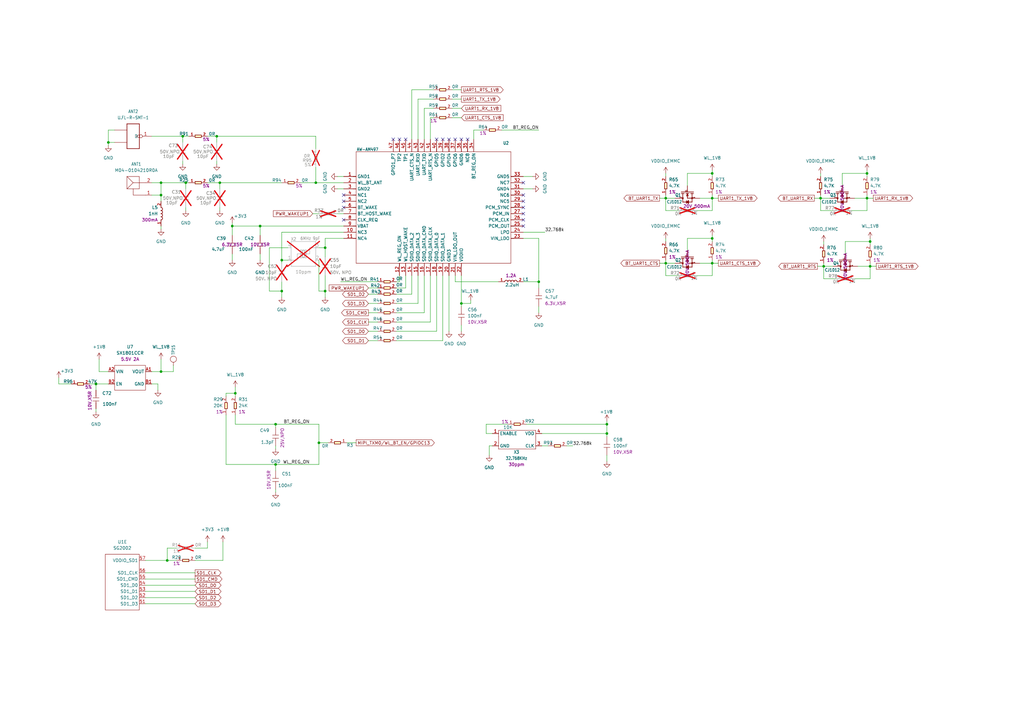
<source format=kicad_sch>
(kicad_sch (version 20231120) (generator "eeschema") (generator_version "8.0")
  (paper "A3")
  (title_block (title "ReCamera Core") (date "2024-04-25") (rev "V1.0") (company "Vincent"))
  (junction (at 133.35 119.38))
  (junction (at 356.87 109.22))
  (junction (at 74.93 55.88))
  (junction (at 292.1 107.95))
  (junction (at 115.57 106.68))
  (junction (at 248.92 177.8))
  (junction (at 66.04 74.93))
  (junction (at 292.1 71.12))
  (junction (at 220.98 115.57))
  (junction (at 336.55 81.28))
  (junction (at 96.52 161.29))
  (junction (at 76.2 74.93))
  (junction (at 355.6 71.12))
  (junction (at 356.87 99.06))
  (junction (at 113.03 190.5))
  (junction (at 88.9 55.88))
  (junction (at 130.81 181.61))
  (junction (at 292.1 97.79))
  (junction (at 189.23 124.46))
  (junction (at 248.92 173.99))
  (junction (at 273.05 107.95))
  (junction (at 68.58 229.87))
  (junction (at 355.6 81.28))
  (junction (at 292.1 81.28))
  (junction (at 44.45 58.42))
  (junction (at 115.57 119.38))
  (junction (at 133.35 101.6))
  (junction (at 39.37 157.48))
  (junction (at 129.54 74.93))
  (junction (at 66.04 80.01))
  (junction (at 66.04 152.4))
  (junction (at 90.17 74.93))
  (junction (at 113.03 173.99))
  (junction (at 106.68 92.71))
  (junction (at 337.82 109.22))
  (junction (at 273.05 81.28))
  (junction (at 95.25 92.71))
  (no_connect (at 191.77 57.15))
  (no_connect (at 214.63 82.55))
  (no_connect (at 140.97 85.09))
  (no_connect (at 184.15 57.15))
  (no_connect (at 214.63 92.71))
  (no_connect (at 214.63 87.63))
  (no_connect (at 181.61 57.15))
  (no_connect (at 189.23 57.15))
  (no_connect (at 161.29 57.15))
  (no_connect (at 140.97 82.55))
  (no_connect (at 214.63 80.01))
  (no_connect (at 179.07 57.15))
  (no_connect (at 214.63 90.17))
  (no_connect (at 140.97 90.17))
  (no_connect (at 163.83 57.15))
  (no_connect (at 140.97 80.01))
  (no_connect (at 166.37 57.15))
  (no_connect (at 214.63 74.93))
  (no_connect (at 186.69 57.15))
  (no_connect (at 214.63 85.09))
  (wire (pts (xy 194.31 53.34) (xy 198.12 53.34)))
  (wire (pts (xy 115.57 119.38) (xy 115.57 115.57)))
  (wire (pts (xy 292.1 69.85) (xy 292.1 71.12)))
  (wire (pts (xy 90.17 74.93) (xy 115.57 74.93)))
  (wire (pts (xy 113.03 190.5) (xy 130.81 190.5)))
  (wire (pts (xy 62.23 152.4) (xy 66.04 152.4)))
  (wire (pts (xy 173.99 113.03) (xy 173.99 128.27)))
  (wire (pts (xy 88.9 55.88) (xy 129.54 55.88)))
  (wire (pts (xy 342.9 114.3) (xy 337.82 114.3)))
  (wire (pts (xy 91.44 229.87) (xy 91.44 222.25)))
  (wire (pts (xy 118.11 101.6) (xy 110.49 101.6)))
  (wire (pts (xy 278.13 86.36) (xy 273.05 86.36)))
  (wire (pts (xy 90.17 86.36) (xy 90.17 85.09)))
  (wire (pts (xy 340.36 81.28) (xy 336.55 81.28)))
  (wire (pts (xy 179.07 113.03) (xy 179.07 135.89)))
  (wire (pts (xy 62.23 74.93) (xy 66.04 74.93)))
  (wire (pts (xy 285.75 86.36) (xy 292.1 86.36)))
  (wire (pts (xy 74.93 55.88) (xy 77.47 55.88)))
  (wire (pts (xy 273.05 80.01) (xy 273.05 81.28)))
  (wire (pts (xy 199.39 177.8) (xy 201.93 177.8)))
  (wire (pts (xy 351.79 109.22) (xy 356.87 109.22)))
  (wire (pts (xy 171.45 40.64) (xy 171.45 57.15)))
  (wire (pts (xy 346.71 99.06) (xy 356.87 99.06)))
  (wire (pts (xy 95.25 92.71) (xy 106.68 92.71)))
  (wire (pts (xy 115.57 119.38) (xy 115.57 121.92)))
  (wire (pts (xy 185.42 48.26) (xy 189.23 48.26)))
  (wire (pts (xy 39.37 157.48) (xy 44.45 157.48)))
  (wire (pts (xy 292.1 107.95) (xy 292.1 106.68)))
  (wire (pts (xy 59.69 240.03) (xy 80.01 240.03)))
  (wire (pts (xy 59.69 242.57) (xy 80.01 242.57)))
  (wire (pts (xy 199.39 173.99) (xy 199.39 177.8)))
  (wire (pts (xy 176.53 48.26) (xy 177.8 48.26)))
  (wire (pts (xy 71.12 149.86) (xy 71.12 152.4)))
  (wire (pts (xy 130.81 181.61) (xy 130.81 190.5)))
  (wire (pts (xy 46.99 58.42) (xy 44.45 58.42)))
  (wire (pts (xy 185.42 40.64) (xy 189.23 40.64)))
  (wire (pts (xy 186.69 115.57) (xy 204.47 115.57)))
  (wire (pts (xy 162.56 115.57) (xy 163.83 115.57)))
  (wire (pts (xy 72.39 224.79) (xy 68.58 224.79)))
  (wire (pts (xy 151.13 120.65) (xy 154.94 120.65)))
  (wire (pts (xy 151.13 118.11) (xy 154.94 118.11)))
  (wire (pts (xy 285.75 113.03) (xy 292.1 113.03)))
  (wire (pts (xy 292.1 71.12) (xy 292.1 72.39)))
  (wire (pts (xy 151.13 132.08) (xy 154.94 132.08)))
  (wire (pts (xy 110.49 119.38) (xy 115.57 119.38)))
  (wire (pts (xy 140.97 95.25) (xy 115.57 95.25)))
  (wire (pts (xy 59.69 245.11) (xy 80.01 245.11)))
  (wire (pts (xy 355.6 81.28) (xy 355.6 86.36)))
  (wire (pts (xy 273.05 106.68) (xy 273.05 107.95)))
  (wire (pts (xy 292.1 113.03) (xy 292.1 107.95)))
  (wire (pts (xy 350.52 114.3) (xy 356.87 114.3)))
  (wire (pts (xy 177.8 40.64) (xy 171.45 40.64)))
  (wire (pts (xy 162.56 118.11) (xy 166.37 118.11)))
  (wire (pts (xy 356.87 109.22) (xy 356.87 107.95)))
  (wire (pts (xy 337.82 114.3) (xy 337.82 109.22)))
  (wire (pts (xy 281.94 97.79) (xy 292.1 97.79)))
  (wire (pts (xy 68.58 224.79) (xy 68.58 229.87)))
  (wire (pts (xy 273.05 86.36) (xy 273.05 81.28)))
  (wire (pts (xy 168.91 113.03) (xy 168.91 120.65)))
  (wire (pts (xy 185.42 44.45) (xy 189.23 44.45)))
  (wire (pts (xy 88.9 66.04) (xy 88.9 67.31)))
  (wire (pts (xy 356.87 114.3) (xy 356.87 109.22)))
  (wire (pts (xy 80.01 224.79) (xy 85.09 224.79)))
  (wire (pts (xy 220.98 97.79) (xy 220.98 115.57)))
  (wire (pts (xy 186.69 113.03) (xy 186.69 115.57)))
  (wire (pts (xy 356.87 99.06) (xy 356.87 100.33)))
  (wire (pts (xy 287.02 81.28) (xy 292.1 81.28)))
  (wire (pts (xy 40.64 152.4) (xy 44.45 152.4)))
  (wire (pts (xy 168.91 120.65) (xy 162.56 120.65)))
  (wire (pts (xy 173.99 128.27) (xy 162.56 128.27)))
  (wire (pts (xy 173.99 44.45) (xy 173.99 57.15)))
  (wire (pts (xy 193.04 123.19) (xy 193.04 124.46)))
  (wire (pts (xy 123.19 74.93) (xy 129.54 74.93)))
  (wire (pts (xy 176.53 57.15) (xy 176.53 48.26)))
  (wire (pts (xy 77.47 74.93) (xy 76.2 74.93)))
  (wire (pts (xy 80.01 229.87) (xy 91.44 229.87)))
  (wire (pts (xy 176.53 132.08) (xy 162.56 132.08)))
  (wire (pts (xy 62.23 80.01) (xy 66.04 80.01)))
  (wire (pts (xy 200.66 182.88) (xy 200.66 186.69)))
  (wire (pts (xy 281.94 71.12) (xy 292.1 71.12)))
  (wire (pts (xy 133.35 101.6) (xy 130.81 101.6)))
  (wire (pts (xy 273.05 113.03) (xy 273.05 107.95)))
  (wire (pts (xy 46.99 53.34) (xy 44.45 53.34)))
  (wire (pts (xy 181.61 113.03) (xy 181.61 139.7)))
  (wire (pts (xy 92.71 161.29) (xy 92.71 162.56)))
  (wire (pts (xy 270.51 81.28) (xy 273.05 81.28)))
  (wire (pts (xy 168.91 36.83) (xy 177.8 36.83)))
  (wire (pts (xy 115.57 95.25) (xy 115.57 106.68)))
  (wire (pts (xy 140.97 92.71) (xy 106.68 92.71)))
  (wire (pts (xy 220.98 115.57) (xy 220.98 118.11)))
  (wire (pts (xy 273.05 71.12) (xy 273.05 72.39)))
  (wire (pts (xy 345.44 76.2) (xy 345.44 71.12)))
  (wire (pts (xy 66.04 152.4) (xy 71.12 152.4)))
  (wire (pts (xy 96.52 170.18) (xy 96.52 173.99)))
  (wire (pts (xy 356.87 109.22) (xy 359.41 109.22)))
  (wire (pts (xy 40.64 147.32) (xy 40.64 152.4)))
  (wire (pts (xy 214.63 77.47) (xy 218.44 77.47)))
  (wire (pts (xy 95.25 104.14) (xy 95.25 106.68)))
  (wire (pts (xy 171.45 124.46) (xy 162.56 124.46)))
  (wire (pts (xy 106.68 92.71) (xy 106.68 96.52)))
  (wire (pts (xy 62.23 157.48) (xy 64.77 157.48)))
  (wire (pts (xy 248.92 173.99) (xy 248.92 177.8)))
  (wire (pts (xy 292.1 97.79) (xy 292.1 99.06)))
  (wire (pts (xy 292.1 107.95) (xy 294.64 107.95)))
  (wire (pts (xy 208.28 173.99) (xy 199.39 173.99)))
  (wire (pts (xy 74.93 66.04) (xy 74.93 67.31)))
  (wire (pts (xy 115.57 106.68) (xy 118.11 106.68)))
  (wire (pts (xy 92.71 170.18) (xy 92.71 190.5)))
  (wire (pts (xy 337.82 107.95) (xy 337.82 109.22)))
  (wire (pts (xy 113.03 173.99) (xy 113.03 175.26)))
  (wire (pts (xy 355.6 86.36) (xy 349.25 86.36)))
  (wire (pts (xy 44.45 53.34) (xy 44.45 58.42)))
  (wire (pts (xy 336.55 80.01) (xy 336.55 81.28)))
  (wire (pts (xy 166.37 118.11) (xy 166.37 113.03)))
  (wire (pts (xy 39.37 157.48) (xy 39.37 160.02)))
  (wire (pts (xy 59.69 237.49) (xy 80.01 237.49)))
  (wire (pts (xy 76.2 74.93) (xy 76.2 77.47)))
  (wire (pts (xy 176.53 113.03) (xy 176.53 132.08)))
  (wire (pts (xy 151.13 139.7) (xy 154.94 139.7)))
  (wire (pts (xy 96.52 173.99) (xy 113.03 173.99)))
  (wire (pts (xy 138.43 72.39) (xy 140.97 72.39)))
  (wire (pts (xy 62.23 55.88) (xy 74.93 55.88)))
  (wire (pts (xy 138.43 87.63) (xy 140.97 87.63)))
  (wire (pts (xy 138.43 77.47) (xy 140.97 77.47)))
  (wire (pts (xy 130.81 181.61) (xy 134.62 181.61)))
  (wire (pts (xy 334.01 81.28) (xy 336.55 81.28)))
  (wire (pts (xy 337.82 99.06) (xy 337.82 100.33)))
  (wire (pts (xy 345.44 71.12) (xy 355.6 71.12)))
  (wire (pts (xy 350.52 81.28) (xy 355.6 81.28)))
  (wire (pts (xy 355.6 69.85) (xy 355.6 71.12)))
  (wire (pts (xy 110.49 101.6) (xy 110.49 119.38)))
  (wire (pts (xy 341.63 109.22) (xy 337.82 109.22)))
  (wire (pts (xy 129.54 74.93) (xy 140.97 74.93)))
  (wire (pts (xy 130.81 119.38) (xy 133.35 119.38)))
  (wire (pts (xy 133.35 97.79) (xy 133.35 101.6)))
  (wire (pts (xy 140.97 97.79) (xy 133.35 97.79)))
  (wire (pts (xy 74.93 55.88) (xy 74.93 58.42)))
  (wire (pts (xy 96.52 158.75) (xy 96.52 161.29)))
  (wire (pts (xy 222.25 177.8) (xy 248.92 177.8)))
  (wire (pts (xy 292.1 86.36) (xy 292.1 81.28)))
  (wire (pts (xy 336.55 81.28) (xy 336.55 86.36)))
  (wire (pts (xy 287.02 107.95) (xy 292.1 107.95)))
  (wire (pts (xy 201.93 182.88) (xy 200.66 182.88)))
  (wire (pts (xy 92.71 161.29) (xy 96.52 161.29)))
  (wire (pts (xy 128.27 87.63) (xy 130.81 87.63)))
  (wire (pts (xy 185.42 36.83) (xy 189.23 36.83)))
  (wire (pts (xy 355.6 81.28) (xy 355.6 80.01)))
  (wire (pts (xy 184.15 113.03) (xy 184.15 135.89)))
  (wire (pts (xy 214.63 72.39) (xy 218.44 72.39)))
  (wire (pts (xy 95.25 92.71) (xy 95.25 91.44)))
  (wire (pts (xy 85.09 74.93) (xy 90.17 74.93)))
  (wire (pts (xy 76.2 86.36) (xy 76.2 85.09)))
  (wire (pts (xy 133.35 101.6) (xy 133.35 105.41)))
  (wire (pts (xy 39.37 167.64) (xy 39.37 168.91)))
  (wire (pts (xy 248.92 172.72) (xy 248.92 173.99)))
  (wire (pts (xy 68.58 229.87) (xy 72.39 229.87)))
  (wire (pts (xy 278.13 113.03) (xy 273.05 113.03)))
  (wire (pts (xy 44.45 58.42) (xy 44.45 59.69)))
  (wire (pts (xy 59.69 229.87) (xy 68.58 229.87)))
  (wire (pts (xy 163.83 115.57) (xy 163.83 113.03)))
  (wire (pts (xy 220.98 115.57) (xy 214.63 115.57)))
  (wire (pts (xy 113.03 173.99) (xy 130.81 173.99)))
  (wire (pts (xy 189.23 124.46) (xy 193.04 124.46)))
  (wire (pts (xy 88.9 55.88) (xy 88.9 58.42)))
  (wire (pts (xy 113.03 200.66) (xy 113.03 201.93)))
  (wire (pts (xy 356.87 97.79) (xy 356.87 99.06)))
  (wire (pts (xy 139.7 115.57) (xy 154.94 115.57)))
  (wire (pts (xy 66.04 80.01) (xy 66.04 74.93)))
  (wire (pts (xy 214.63 97.79) (xy 220.98 97.79)))
  (wire (pts (xy 133.35 119.38) (xy 133.35 113.03)))
  (wire (pts (xy 292.1 81.28) (xy 292.1 80.01)))
  (wire (pts (xy 115.57 107.95) (xy 115.57 106.68)))
  (wire (pts (xy 214.63 95.25) (xy 223.52 95.25)))
  (wire (pts (xy 59.69 234.95) (xy 80.01 234.95)))
  (wire (pts (xy 85.09 224.79) (xy 85.09 222.25)))
  (wire (pts (xy 181.61 139.7) (xy 162.56 139.7)))
  (wire (pts (xy 179.07 135.89) (xy 162.56 135.89)))
  (wire (pts (xy 96.52 161.29) (xy 96.52 162.56)))
  (wire (pts (xy 151.13 128.27) (xy 154.94 128.27)))
  (wire (pts (xy 168.91 57.15) (xy 168.91 36.83)))
  (wire (pts (xy 106.68 104.14) (xy 106.68 106.68)))
  (wire (pts (xy 248.92 186.69) (xy 248.92 189.23)))
  (wire (pts (xy 215.9 173.99) (xy 248.92 173.99)))
  (wire (pts (xy 59.69 247.65) (xy 80.01 247.65)))
  (wire (pts (xy 24.13 154.94) (xy 24.13 157.48)))
  (wire (pts (xy 336.55 86.36) (xy 341.63 86.36)))
  (wire (pts (xy 189.23 113.03) (xy 189.23 124.46)))
  (wire (pts (xy 173.99 44.45) (xy 177.8 44.45)))
  (wire (pts (xy 129.54 68.58) (xy 129.54 74.93)))
  (wire (pts (xy 142.24 181.61) (xy 146.05 181.61)))
  (wire (pts (xy 222.25 182.88) (xy 224.79 182.88)))
  (wire (pts (xy 151.13 135.89) (xy 154.94 135.89)))
  (wire (pts (xy 292.1 81.28) (xy 294.64 81.28)))
  (wire (pts (xy 346.71 104.14) (xy 346.71 99.06)))
  (wire (pts (xy 281.94 76.2) (xy 281.94 71.12)))
  (wire (pts (xy 29.21 157.48) (xy 24.13 157.48)))
  (wire (pts (xy 248.92 177.8) (xy 248.92 179.07)))
  (wire (pts (xy 276.86 107.95) (xy 273.05 107.95)))
  (wire (pts (xy 171.45 113.03) (xy 171.45 124.46)))
  (wire (pts (xy 232.41 182.88) (xy 234.95 182.88)))
  (wire (pts (xy 270.51 107.95) (xy 273.05 107.95)))
  (wire (pts (xy 273.05 97.79) (xy 273.05 99.06)))
  (wire (pts (xy 194.31 57.15) (xy 194.31 53.34)))
  (wire (pts (xy 292.1 96.52) (xy 292.1 97.79)))
  (wire (pts (xy 66.04 74.93) (xy 76.2 74.93)))
  (wire (pts (xy 85.09 55.88) (xy 88.9 55.88)))
  (wire (pts (xy 189.23 124.46) (xy 189.23 125.73)))
  (wire (pts (xy 276.86 81.28) (xy 273.05 81.28)))
  (wire (pts (xy 189.23 133.35) (xy 189.23 135.89)))
  (wire (pts (xy 66.04 92.71) (xy 66.04 93.98)))
  (wire (pts (xy 36.83 157.48) (xy 39.37 157.48)))
  (wire (pts (xy 95.25 96.52) (xy 95.25 92.71)))
  (wire (pts (xy 92.71 190.5) (xy 113.03 190.5)))
  (wire (pts (xy 113.03 182.88) (xy 113.03 184.15)))
  (wire (pts (xy 220.98 125.73) (xy 220.98 128.27)))
  (wire (pts (xy 66.04 147.32) (xy 66.04 152.4)))
  (wire (pts (xy 64.77 157.48) (xy 64.77 160.02)))
  (wire (pts (xy 66.04 80.01) (xy 66.04 82.55)))
  (wire (pts (xy 355.6 71.12) (xy 355.6 72.39)))
  (wire (pts (xy 130.81 106.68) (xy 130.81 119.38)))
  (wire (pts (xy 90.17 74.93) (xy 90.17 77.47)))
  (wire (pts (xy 133.35 119.38) (xy 133.35 121.92)))
  (wire (pts (xy 281.94 102.87) (xy 281.94 97.79)))
  (wire (pts (xy 335.28 109.22) (xy 337.82 109.22)))
  (wire (pts (xy 129.54 55.88) (xy 129.54 60.96)))
  (wire (pts (xy 130.81 173.99) (xy 130.81 181.61)))
  (wire (pts (xy 113.03 193.04) (xy 113.03 190.5)))
  (wire (pts (xy 205.74 53.34) (xy 220.98 53.34)))
  (wire (pts (xy 355.6 81.28) (xy 358.14 81.28)))
  (wire (pts (xy 151.13 124.46) (xy 154.94 124.46)))
  (wire (pts (xy 336.55 71.12) (xy 336.55 72.39)))
  (label "32.768k" (at 223.52 95.25 0))
  (label "32.768k" (at 234.95 182.88 0))
  (label "BT_REG_ON" (at 127 173.99 180))
  (label "WL_REG_ON" (at 139.7 115.57 0))
  (label "BT_REG_ON" (at 220.98 53.34 180))
  (label "WL_REG_ON" (at 127 190.5 180))
  (global_label "UART1_CTS_1V8" (shape output) (at 294.64 107.95 0) (property "Intersheetrefs" "${INTERSHEET_REFS}" (effects (hide yes))))
  (global_label "SD1_D0" (shape bidirectional) (at 80.01 240.03 0) (property "Intersheetrefs" "${INTERSHEET_REFS}" (effects (hide yes))))
  (global_label "UART1_RTS_1V8" (shape output) (at 189.23 36.83 0) (property "Intersheetrefs" "${INTERSHEET_REFS}" (effects (hide yes))))
  (global_label "UART1_RX_1V8" (shape input) (at 189.23 44.45 0) (property "Intersheetrefs" "${INTERSHEET_REFS}" (effects (hide yes))))
  (global_label "PWR_WAKEUP1" (shape input) (at 151.13 118.11 180) (property "Intersheetrefs" "${INTERSHEET_REFS}" (effects (hide yes))))
  (global_label "PWR_WAKEUP1" (shape input) (at 128.27 87.63 180) (property "Intersheetrefs" "${INTERSHEET_REFS}" (effects (hide yes))))
  (global_label "MIPI_TXM0{slash}WL_BT_EN{slash}GPIOC13" (shape output) (at 146.05 181.61 0) (property "Intersheetrefs" "${INTERSHEET_REFS}" (effects (hide yes))))
  (global_label "UART1_CTS_1V8" (shape input) (at 189.23 48.26 0) (property "Intersheetrefs" "${INTERSHEET_REFS}" (effects (hide yes))))
  (global_label "SD1_D3" (shape bidirectional) (at 151.13 124.46 180) (property "Intersheetrefs" "${INTERSHEET_REFS}" (effects (hide yes))))
  (global_label "SD1_D2" (shape bidirectional) (at 151.13 120.65 180) (property "Intersheetrefs" "${INTERSHEET_REFS}" (effects (hide yes))))
  (global_label "SD1_D1" (shape bidirectional) (at 80.01 242.57 0) (property "Intersheetrefs" "${INTERSHEET_REFS}" (effects (hide yes))))
  (global_label "BT_UART1_RX" (shape output) (at 334.01 81.28 180) (property "Intersheetrefs" "${INTERSHEET_REFS}" (effects (hide yes))))
  (global_label "SD1_D1" (shape bidirectional) (at 151.13 139.7 180) (property "Intersheetrefs" "${INTERSHEET_REFS}" (effects (hide yes))))
  (global_label "UART1_RX_1V8" (shape output) (at 358.14 81.28 0) (property "Intersheetrefs" "${INTERSHEET_REFS}" (effects (hide yes))))
  (global_label "UART1_TX_1V8" (shape output) (at 294.64 81.28 0) (property "Intersheetrefs" "${INTERSHEET_REFS}" (effects (hide yes))))
  (global_label "SD1_D2" (shape bidirectional) (at 80.01 245.11 0) (property "Intersheetrefs" "${INTERSHEET_REFS}" (effects (hide yes))))
  (global_label "SD1_CMD" (shape output) (at 80.01 237.49 0) (property "Intersheetrefs" "${INTERSHEET_REFS}" (effects (hide yes))))
  (global_label "SD1_D3" (shape bidirectional) (at 80.01 247.65 0) (property "Intersheetrefs" "${INTERSHEET_REFS}" (effects (hide yes))))
  (global_label "SD1_CLK" (shape output) (at 151.13 132.08 180) (property "Intersheetrefs" "${INTERSHEET_REFS}" (effects (hide yes))))
  (global_label "SD1_CMD" (shape output) (at 151.13 128.27 180) (property "Intersheetrefs" "${INTERSHEET_REFS}" (effects (hide yes))))
  (global_label "BT_UART1_CTS" (shape output) (at 270.51 107.95 180) (property "Intersheetrefs" "${INTERSHEET_REFS}" (effects (hide yes))))
  (global_label "UART1_TX_1V8" (shape output) (at 189.23 40.64 0) (property "Intersheetrefs" "${INTERSHEET_REFS}" (effects (hide yes))))
  (global_label "UART1_RTS_1V8" (shape output) (at 359.41 109.22 0) (property "Intersheetrefs" "${INTERSHEET_REFS}" (effects (hide yes))))
  (global_label "SD1_D0" (shape bidirectional) (at 151.13 135.89 180) (property "Intersheetrefs" "${INTERSHEET_REFS}" (effects (hide yes))))
  (global_label "BT_UART1_TX" (shape output) (at 270.51 81.28 180) (property "Intersheetrefs" "${INTERSHEET_REFS}" (effects (hide yes))))
  (global_label "BT_UART1_RTS" (shape output) (at 335.28 109.22 180) (property "Intersheetrefs" "${INTERSHEET_REFS}" (effects (hide yes))))
  (global_label "SD1_CLK" (shape output) (at 80.01 234.95 0) (property "Intersheetrefs" "${INTERSHEET_REFS}" (effects (hide yes))))
  (symbol (lib_id "P & G:GND") (at 88.9 67.31 0) (unit 1)
    (property "Reference" "#PWR0159" (effects (hide yes)))
    (property "Value" "GND" (at 88.9 72.39 0))
  )
  (symbol (lib_id "libdb:Resistors/301010000") (at 81.28 55.88 0) (unit 1)
    (property "Reference" "R91" (at 75.438 54.864 0))
    (property "Value" "0R" (at 85.598 55.626 0) (effects (justify left bottom)))
    (property "Footprint" "Resistor:R0402" (effects (hide yes)))
    (property "Description" "SMD RES 0R-5%-1/16W;0402" (effects (hide yes)))
    (property "Manufacturer" "YAGEO" (effects (hide yes)))
    (property "MPN" "RC0402JR-070RL" (effects (hide yes)))
    (property "SKU" "301010000" (effects (hide yes)))
    (property "Resistance" "0R" (effects (hide yes)))
    (property "Part Type" "RES" (effects (hide yes)))
    (property "Power Rating" "5%" (at 84.582 57.15 0))
    (property "Status" "BeagleBone Carrier Board" (effects (hide yes)))
    (property "Temperature" "-55°C to 155°C" (effects (hide yes)))
  )
  (symbol (lib_id "P & G:+1V8") (at 40.64 147.32 0) (unit 1)
    (property "Reference" "#PWR0148" (effects (hide yes)))
    (property "Value" "+1V8" (at 40.64 142.24 0))
  )
  (symbol (lib_id "libdb:Resistors/301010677") (at 336.55 76.2 90) (unit 1)
    (property "Reference" "R75" (at 337.82 73.6599 90) (effects (justify right)))
    (property "Value" "4.7K" (at 337.82 76.1999 90) (effects (justify right)))
    (property "Footprint" "Resistor:R0201" (effects (hide yes)))
    (property "Description" "SMD RES;4.7K-5%-1/20W;0201" (effects (hide yes)))
    (property "Manufacturer" "YAGEO" (effects (hide yes)))
    (property "MPN" "RC0201JR-074K7L" (effects (hide yes)))
    (property "SKU" "301010677" (effects (hide yes)))
    (property "Resistance" "4.7K" (effects (hide yes)))
    (property "Part Type" "RES" (effects (hide yes)))
    (property "Power Rating" "1%" (at 337.82 78.7399 90) (effects (justify right)))
    (property "Status" "XIAO" (effects (hide yes)))
    (property "Temperature" "-55°C to 125°C" (effects (hide yes)))
  )
  (symbol (lib_id "Seeed_libdb:Resistors/301010525") (at 158.75 139.7 0) (unit 1)
    (property "Reference" "R54" (at 154.94 138.43 0))
    (property "Value" "0R" (at 163.83 138.43 0))
    (property "Footprint" "Resistor:R0201" (effects (hide yes)))
    (property "Manufacturer" "YAGEO" (effects (hide yes)))
    (property "MPN" "RC0201FR-070RL" (effects (hide yes)))
    (property "SKU" "301010525" (effects (hide yes)))
    (property "Resistance" "0R" (effects (hide yes)))
    (property "Part Type" "RES" (effects (hide yes)))
    (property "Power Rating" "1%" (effects (hide yes)))
    (property "Status" "BeagleBone AI TDA4VM" (effects (hide yes)))
    (property "Temperature" "-55°C to 125°C" (effects (hide yes)))
  )
  (symbol (lib_id "libdb:Resistors/301010677") (at 292.1 102.87 90) (unit 1)
    (property "Reference" "R74" (at 293.37 100.3299 90) (effects (justify right)))
    (property "Value" "4.7K" (at 293.37 102.8699 90) (effects (justify right)))
    (property "Footprint" "Resistor:R0201" (effects (hide yes)))
    (property "Description" "SMD RES;4.7K-5%-1/20W;0201" (effects (hide yes)))
    (property "Manufacturer" "YAGEO" (effects (hide yes)))
    (property "MPN" "RC0201JR-074K7L" (effects (hide yes)))
    (property "SKU" "301010677" (effects (hide yes)))
    (property "Resistance" "4.7K" (effects (hide yes)))
    (property "Part Type" "RES" (effects (hide yes)))
    (property "Power Rating" "1%" (at 293.37 105.4099 90) (effects (justify right)))
    (property "Status" "XIAO" (effects (hide yes)))
    (property "Temperature" "-55°C to 125°C" (effects (hide yes)))
  )
  (symbol (lib_id "P & G:+3V3") (at 24.13 154.94 0) (unit 1)
    (property "Reference" "#PWR0156" (effects (hide yes)))
    (property "Value" "+3V3" (at 27.432 152.146 0))
  )
  (symbol (lib_id "libdb:Resistors/301010000") (at 129.54 64.77 90) (unit 1) (dnp yes)
    (property "Reference" "R95" (at 125.984 65.786 90))
    (property "Value" "0R" (at 127.254 63.246 90) (effects (justify left bottom)))
    (property "Footprint" "Resistor:R0402" (effects (hide yes)))
    (property "Description" "SMD RES 0R-5%-1/16W;0402" (effects (hide yes)))
    (property "Manufacturer" "YAGEO" (effects (hide yes)))
    (property "MPN" "RC0402JR-070RL" (effects (hide yes)))
    (property "SKU" "301010000" (effects (hide yes)))
    (property "Resistance" "0R" (effects (hide yes)))
    (property "Part Type" "RES" (effects (hide yes)))
    (property "Power Rating" "5%" (at 126.238 67.564 90))
    (property "Status" "BeagleBone Carrier Board" (effects (hide yes)))
    (property "Temperature" "-55°C to 155°C" (effects (hide yes)))
  )
  (symbol (lib_id "Seeed_libdb:Resistors/301010525") (at 181.61 40.64 0) (unit 1)
    (property "Reference" "R58" (at 177.8 39.37 0))
    (property "Value" "0R" (at 186.69 39.37 0))
    (property "Footprint" "Resistor:R0201" (effects (hide yes)))
    (property "Manufacturer" "YAGEO" (effects (hide yes)))
    (property "MPN" "RC0201FR-070RL" (effects (hide yes)))
    (property "SKU" "301010525" (effects (hide yes)))
    (property "Resistance" "0R" (effects (hide yes)))
    (property "Part Type" "RES" (effects (hide yes)))
    (property "Power Rating" "1%" (effects (hide yes)))
    (property "Status" "BeagleBone AI TDA4VM" (effects (hide yes)))
    (property "Temperature" "-55°C to 125°C" (effects (hide yes)))
  )
  (symbol (lib_id "P & G:+3V3") (at 337.82 99.06 0) (unit 1)
    (property "Reference" "#PWR0128" (effects (hide yes)))
    (property "Value" "VDDIO_EMMC" (at 337.82 93.98 0))
  )
  (symbol (lib_id "libdb:Inductor/303010086") (at 209.55 115.57 0) (unit 1)
    (property "Reference" "L1" (at 215.646 114.554 0))
    (property "Value" "2.2uH" (at 210.058 116.84 0))
    (property "Footprint" "Inductor:L0806" (effects (hide yes)))
    (property "Description" "SMD Inductor;2.2uH-20%-1.2A 0806" (effects (hide yes)))
    (property "Manufacturer" "Murata" (effects (hide yes)))
    (property "MPN" "LQM2MPN2R2MG0" (effects (hide yes)))
    (property "SKU" "303010086" (effects (hide yes)))
    (property "Part Type" "Inductor" (effects (hide yes)))
    (property "Rating" "1.2A" (at 209.55 113.03 0))
    (property "Status" "Recamera" (effects (hide yes)))
    (property "Temperature" "-55°C to 125°C" (effects (hide yes)))
  )
  (symbol (lib_id "Seeed_libdb:Resistors/301010525") (at 228.6 182.88 0) (unit 1)
    (property "Reference" "R93" (at 224.79 181.61 0))
    (property "Value" "0R" (at 233.68 181.61 0))
    (property "Footprint" "Resistor:R0201" (effects (hide yes)))
    (property "Manufacturer" "YAGEO" (effects (hide yes)))
    (property "MPN" "RC0201FR-070RL" (effects (hide yes)))
    (property "SKU" "301010525" (effects (hide yes)))
    (property "Resistance" "0R" (effects (hide yes)))
    (property "Part Type" "RES" (effects (hide yes)))
    (property "Power Rating" "1%" (effects (hide yes)))
    (property "Status" "BeagleBone AI TDA4VM" (effects (hide yes)))
    (property "Temperature" "-55°C to 125°C" (effects (hide yes)))
  )
  (symbol (lib_id "P & G:GND") (at 39.37 168.91 0) (unit 1)
    (property "Reference" "#PWR0157" (effects (hide yes)))
    (property "Value" "GND" (at 39.37 173.99 0))
  )
  (symbol (lib_id "Seeed_libdb:Resistors/301010525") (at 158.75 128.27 0) (unit 1)
    (property "Reference" "R45" (at 154.94 127 0))
    (property "Value" "0R" (at 163.83 127 0))
    (property "Footprint" "Resistor:R0201" (effects (hide yes)))
    (property "Manufacturer" "YAGEO" (effects (hide yes)))
    (property "MPN" "RC0201FR-070RL" (effects (hide yes)))
    (property "SKU" "301010525" (effects (hide yes)))
    (property "Resistance" "0R" (effects (hide yes)))
    (property "Part Type" "RES" (effects (hide yes)))
    (property "Power Rating" "1%" (effects (hide yes)))
    (property "Status" "BeagleBone AI TDA4VM" (effects (hide yes)))
    (property "Temperature" "-55°C to 125°C" (effects (hide yes)))
  )
  (symbol (lib_id "libdb:Capacitors/302010367") (at 115.57 111.76 0) (mirror y) (unit 1) (dnp yes)
    (property "Reference" "C52" (at 113.665 109.2199 0) (effects (justify left)))
    (property "Value" "10pF" (at 113.665 111.7599 0) (effects (justify left)))
    (property "Footprint" "Capacitor:C0201" (effects (hide yes)))
    (property "Description" "SMD CAP Ceramic;10pF-25V-5%-NP0;0201" (effects (hide yes)))
    (property "Manufacturer" "YAGEO" (effects (hide yes)))
    (property "MPN" "CC0201JRNPO8BN100" (effects (hide yes)))
    (property "SKU" "302010367" (effects (hide yes)))
    (property "Part Type" "Ceramic" (effects (hide yes)))
    (property "Voltage Rating" "50V，NPO" (at 113.665 114.2999 0) (effects (justify left)))
    (property "Status" "TRACKER" (effects (hide yes)))
    (property "Temperature" "-55℃ to 125℃" (effects (hide yes)))
  )
  (symbol (lib_name "Capacitors/302010271_1") (lib_id "libdb:Capacitors/302010271") (at 248.92 182.88 0) (unit 1)
    (property "Reference" "C58" (at 251.46 180.3399 0) (effects (justify left)))
    (property "Value" "100nF" (at 251.46 182.8799 0) (effects (justify left)))
    (property "Footprint" "Capacitor:C0201" (effects (hide yes)))
    (property "Description" "SMD CAP Ceramic 100nF-10V-10%-X5R;0201" (effects (hide yes)))
    (property "Manufacturer" "YAGEO" (effects (hide yes)))
    (property "MPN" "CC0201KRX5R6BB104" (effects (hide yes)))
    (property "SKU" "302010271" (effects (hide yes)))
    (property "Part Type" "Ceramic" (effects (hide yes)))
    (property "Voltage Rating" "10V,X5R" (at 251.46 185.4199 0) (effects (justify left)))
    (property "Status" "ODYSSEY-i.MX8M" (effects (hide yes)))
    (property "Temperature" "-55°C to 85°C" (effects (hide yes)))
  )
  (symbol (lib_id "Seeed_libdb:Resistors/301010525") (at 158.75 115.57 0) (unit 1)
    (property "Reference" "R41" (at 153.67 114.554 0))
    (property "Value" "0R" (at 163.83 114.3 0))
    (property "Footprint" "Resistor:R0201" (effects (hide yes)))
    (property "Manufacturer" "YAGEO" (effects (hide yes)))
    (property "MPN" "RC0201FR-070RL" (effects (hide yes)))
    (property "SKU" "301010525" (effects (hide yes)))
    (property "Resistance" "0R" (effects (hide yes)))
    (property "Part Type" "RES" (effects (hide yes)))
    (property "Power Rating" "1%" (effects (hide yes)))
    (property "Status" "BeagleBone AI TDA4VM" (effects (hide yes)))
    (property "Temperature" "-55°C to 125°C" (effects (hide yes)))
  )
  (symbol (lib_id "P & G:+3V3") (at 85.09 222.25 0) (unit 1)
    (property "Reference" "#PWR0104" (effects (hide yes)))
    (property "Value" "+3V3" (at 85.09 217.17 0))
  )
  (symbol (lib_id "Seeed_libdb:Misc/TP35C_SMD") (at 71.12 147.32 90) (unit 1)
    (property "Reference" "TP15" (at 71.12 143.51 0) (effects (font (size 1.27 1.0795))))
    (property "Value" "Test Point" (effects (hide yes)))
    (property "Footprint" "Misc:TP-D35MIL" (effects (hide yes)))
    (property "SKU" "TP35C_SMD" (effects (hide yes)))
    (property "Part Type" "Test Point" (effects (hide yes)))
  )
  (symbol (lib_id "P & G:GND") (at 184.15 135.89 0) (unit 1)
    (property "Reference" "#PWR0117" (effects (hide yes)))
    (property "Value" "GND" (at 184.15 140.97 0))
  )
  (symbol (lib_name "Capacitors/302010019_1") (lib_id "libdb:Capacitors/302010019") (at 95.25 100.33 0) (mirror y) (unit 1)
    (property "Reference" "C39" (at 92.71 97.79 0) (effects (justify left)))
    (property "Value" "4.7uF" (at 89.535 102.235 0))
    (property "Footprint" "Capacitor:C0402" (effects (hide yes)))
    (property "Description" "SMD CAP Ceramic 4.7uF-6.3V-20%-X5R;0402" (effects (hide yes)))
    (property "Manufacturer" "YAGEO" (effects (hide yes)))
    (property "MPN" "CC0402MRX5R5BB475" (effects (hide yes)))
    (property "SKU" "302010019" (effects (hide yes)))
    (property "Part Type" "Ceramic" (effects (hide yes)))
    (property "Voltage Rating" "6.3V,X5R" (at 95.25 100.33 0))
    (property "Status" "BeagleBone Carrier Board" (effects (hide yes)))
    (property "Temperature" "-55°C to 85°C" (effects (hide yes)))
  )
  (symbol (lib_name "Capacitors/302010271_3") (lib_id "libdb:Capacitors/302010271") (at 106.68 100.33 0) (mirror y) (unit 1)
    (property "Reference" "C42" (at 104.14 97.79 0) (effects (justify left)))
    (property "Value" "100nF" (at 100.965 102.235 0))
    (property "Footprint" "Capacitor:C0201" (effects (hide yes)))
    (property "Description" "SMD CAP Ceramic 100nF-10V-10%-X5R;0201" (effects (hide yes)))
    (property "Manufacturer" "YAGEO" (effects (hide yes)))
    (property "MPN" "CC0201KRX5R6BB104" (effects (hide yes)))
    (property "SKU" "302010271" (effects (hide yes)))
    (property "Part Type" "Ceramic" (effects (hide yes)))
    (property "Voltage Rating" "10V,X5R" (at 106.68 100.33 0))
    (property "Status" "ODYSSEY-i.MX8M" (effects (hide yes)))
    (property "Temperature" "-55°C to 85°C" (effects (hide yes)))
  )
  (symbol (lib_id "libdb:Ic/310011796") (at 52.07 242.57 0) (unit 5)
    (property "Reference" "U1" (at 50.165 222.25 0))
    (property "Value" "SG2002" (at 50.165 224.79 0))
    (property "Footprint" "Ic:QFN88-0.35-9X9X0.9MM_small" (effects (hide yes)))
    (property "Description" "SMD IC MPU;Cortex-A53/RISC-V C906 1.0GHz;9*9*0.9mm-QFN88" (effects (hide yes)))
    (property "Manufacturer" "SPOHON" (effects (hide yes)))
    (property "MPN" "SG2002" (effects (hide yes)))
    (property "SKU" "310011796" (effects (hide yes)))
    (property "Part Type" "MCU" (effects (hide yes)))
    (property "Temperature" "-30°C to 70°C" (effects (hide yes)))
  )
  (symbol (lib_id "Seeed_libdb:Resistors/301010525") (at 158.75 120.65 0) (unit 1)
    (property "Reference" "R43" (at 154.178 119.634 0))
    (property "Value" "0R" (at 163.83 119.38 0))
    (property "Footprint" "Resistor:R0201" (effects (hide yes)))
    (property "Manufacturer" "YAGEO" (effects (hide yes)))
    (property "MPN" "RC0201FR-070RL" (effects (hide yes)))
    (property "SKU" "301010525" (effects (hide yes)))
    (property "Resistance" "0R" (effects (hide yes)))
    (property "Part Type" "RES" (effects (hide yes)))
    (property "Power Rating" "1%" (effects (hide yes)))
    (property "Status" "BeagleBone AI TDA4VM" (effects (hide yes)))
    (property "Temperature" "-55°C to 125°C" (effects (hide yes)))
  )
  (symbol (lib_id "Seeed_libdb:Resistors/301010525") (at 181.61 48.26 0) (unit 1)
    (property "Reference" "R61" (at 177.8 46.99 0))
    (property "Value" "0R" (at 186.69 46.99 0))
    (property "Footprint" "Resistor:R0201" (effects (hide yes)))
    (property "Manufacturer" "YAGEO" (effects (hide yes)))
    (property "MPN" "RC0201FR-070RL" (effects (hide yes)))
    (property "SKU" "301010525" (effects (hide yes)))
    (property "Resistance" "0R" (effects (hide yes)))
    (property "Part Type" "RES" (effects (hide yes)))
    (property "Power Rating" "1%" (at 177.8 49.53 0))
    (property "Status" "BeagleBone AI TDA4VM" (effects (hide yes)))
    (property "Temperature" "-55°C to 125°C" (effects (hide yes)))
  )
  (symbol (lib_id "libdb:Resistors/301010525") (at 346.71 114.3 0) (unit 1) (dnp yes)
    (property "Reference" "R78" (at 341.63 113.284 0))
    (property "Value" "0R" (at 342.9 115.57 0))
    (property "Footprint" "Resistor:R0201" (effects (hide yes)))
    (property "Description" "SMD RES 0R-±1%-1/20W;0201" (effects (hide yes)))
    (property "Manufacturer" "YAGEO" (effects (hide yes)))
    (property "MPN" "RC0201FR-070RL" (effects (hide yes)))
    (property "SKU" "301010525" (effects (hide yes)))
    (property "Resistance" "0R" (effects (hide yes)))
    (property "Part Type" "RES" (effects (hide yes)))
    (property "Power Rating" "1%" (at 349.504 115.316 0))
    (property "Status" "BeagleBone AI TDA4VM" (effects (hide yes)))
    (property "Temperature" "-55°C to 125°C" (effects (hide yes)))
  )
  (symbol (lib_id "libdb:Resistors/301010677") (at 273.05 76.2 90) (unit 1)
    (property "Reference" "R65" (at 274.32 73.6599 90) (effects (justify right)))
    (property "Value" "4.7K" (at 274.32 76.1999 90) (effects (justify right)))
    (property "Footprint" "Resistor:R0201" (effects (hide yes)))
    (property "Description" "SMD RES;4.7K-5%-1/20W;0201" (effects (hide yes)))
    (property "Manufacturer" "YAGEO" (effects (hide yes)))
    (property "MPN" "RC0201JR-074K7L" (effects (hide yes)))
    (property "SKU" "301010677" (effects (hide yes)))
    (property "Resistance" "4.7K" (effects (hide yes)))
    (property "Part Type" "RES" (effects (hide yes)))
    (property "Power Rating" "1%" (at 274.32 78.7399 90) (effects (justify right)))
    (property "Status" "XIAO" (effects (hide yes)))
    (property "Temperature" "-55°C to 125°C" (effects (hide yes)))
  )
  (symbol (lib_id "P & G:GND") (at 113.03 201.93 0) (unit 1)
    (property "Reference" "#PWR0112" (effects (hide yes)))
    (property "Value" "GND" (at 113.03 207.01 0))
  )
  (symbol (lib_id "P & G:GND") (at 115.57 121.92 0) (unit 1)
    (property "Reference" "#PWR0113" (effects (hide yes)))
    (property "Value" "GND" (at 115.57 127 0))
  )
  (symbol (lib_id "Seeed_libdb:Resistors/301010525") (at 201.93 53.34 0) (unit 1)
    (property "Reference" "R64" (at 198.12 52.07 0))
    (property "Value" "0R" (at 207.01 52.07 0))
    (property "Footprint" "Resistor:R0201" (effects (hide yes)))
    (property "Manufacturer" "YAGEO" (effects (hide yes)))
    (property "MPN" "RC0201FR-070RL" (effects (hide yes)))
    (property "SKU" "301010525" (effects (hide yes)))
    (property "Resistance" "0R" (effects (hide yes)))
    (property "Part Type" "RES" (effects (hide yes)))
    (property "Power Rating" "1%" (at 198.12 54.61 0))
    (property "Status" "BeagleBone AI TDA4VM" (effects (hide yes)))
    (property "Temperature" "-55°C to 125°C" (effects (hide yes)))
  )
  (symbol (lib_id "libdb:Capacitors/302010001") (at 74.93 62.23 0) (mirror y) (unit 1) (dnp yes)
    (property "Reference" "C73" (at 73.025 59.6899 0) (effects (justify left)))
    (property "Value" "10pF" (at 69.215 64.135 0))
    (property "Footprint" "Capacitor:C0402" (effects (hide yes)))
    (property "Description" "SMD CAP Ceramic 10pF-50V-5%-NPO;0402" (effects (hide yes)))
    (property "Manufacturer" "YAGEO" (effects (hide yes)))
    (property "MPN" "CC0402JRNPO9BN100" (effects (hide yes)))
    (property "SKU" "302010001" (effects (hide yes)))
    (property "Part Type" "Ceramic" (effects (hide yes)))
    (property "Voltage Rating" "50V,NPO" (at 69.596 62.23 0))
    (property "Status" "BeagleBone Carrier Board" (effects (hide yes)))
    (property "Temperature" "-55°C to 125°C" (effects (hide yes)))
  )
  (symbol (lib_id "libdb:Resistors/301010525") (at 281.94 86.36 0) (unit 1) (dnp yes)
    (property "Reference" "R71" (at 276.86 85.344 0))
    (property "Value" "0R" (at 278.13 87.63 0))
    (property "Footprint" "Resistor:R0201" (effects (hide yes)))
    (property "Description" "SMD RES 0R-±1%-1/20W;0201" (effects (hide yes)))
    (property "Manufacturer" "YAGEO" (effects (hide yes)))
    (property "MPN" "RC0201FR-070RL" (effects (hide yes)))
    (property "SKU" "301010525" (effects (hide yes)))
    (property "Resistance" "0R" (effects (hide yes)))
    (property "Part Type" "RES" (effects (hide yes)))
    (property "Power Rating" "1%" (at 284.734 87.376 0))
    (property "Status" "BeagleBone AI TDA4VM" (effects (hide yes)))
    (property "Temperature" "-55°C to 125°C" (effects (hide yes)))
  )
  (symbol (lib_id "P & G:+3V3") (at 273.05 97.79 0) (unit 1)
    (property "Reference" "#PWR0124" (effects (hide yes)))
    (property "Value" "VDDIO_EMMC" (at 273.05 92.71 0))
  )
  (symbol (lib_id "P & G:+3V3") (at 273.05 71.12 0) (unit 1)
    (property "Reference" "#PWR0123" (effects (hide yes)))
    (property "Value" "VDDIO_EMMC" (at 273.05 66.04 0))
  )
  (symbol (lib_id "P & G:GND") (at 113.03 184.15 0) (unit 1)
    (property "Reference" "#PWR0111" (effects (hide yes)))
    (property "Value" "GND" (at 113.03 189.23 0))
  )
  (symbol (lib_id "libdb:Resistors/301010677") (at 292.1 76.2 90) (unit 1)
    (property "Reference" "R73" (at 293.37 73.6599 90) (effects (justify right)))
    (property "Value" "4.7K" (at 293.37 76.1999 90) (effects (justify right)))
    (property "Footprint" "Resistor:R0201" (effects (hide yes)))
    (property "Description" "SMD RES;4.7K-5%-1/20W;0201" (effects (hide yes)))
    (property "Manufacturer" "YAGEO" (effects (hide yes)))
    (property "MPN" "RC0201JR-074K7L" (effects (hide yes)))
    (property "SKU" "301010677" (effects (hide yes)))
    (property "Resistance" "4.7K" (effects (hide yes)))
    (property "Part Type" "RES" (effects (hide yes)))
    (property "Power Rating" "1%" (at 293.37 78.7399 90) (effects (justify right)))
    (property "Status" "XIAO" (effects (hide yes)))
    (property "Temperature" "-55°C to 125°C" (effects (hide yes)))
  )
  (symbol (lib_name "Capacitors/302010271_2") (lib_id "libdb:Capacitors/302010271") (at 189.23 129.54 0) (unit 1)
    (property "Reference" "C56" (at 191.77 126.9999 0) (effects (justify left)))
    (property "Value" "100nF" (at 191.77 129.5399 0) (effects (justify left)))
    (property "Footprint" "Capacitor:C0201" (effects (hide yes)))
    (property "Description" "SMD CAP Ceramic 100nF-10V-10%-X5R;0201" (effects (hide yes)))
    (property "Manufacturer" "YAGEO" (effects (hide yes)))
    (property "MPN" "CC0201KRX5R6BB104" (effects (hide yes)))
    (property "SKU" "302010271" (effects (hide yes)))
    (property "Part Type" "Ceramic" (effects (hide yes)))
    (property "Voltage Rating" "10V,X5R" (at 191.77 132.0799 0) (effects (justify left)))
    (property "Status" "ODYSSEY-i.MX8M" (effects (hide yes)))
    (property "Temperature" "-55°C to 85°C" (effects (hide yes)))
  )
  (symbol (lib_id "Seeed_libdb:Resistors/301010525") (at 158.75 124.46 0) (unit 1)
    (property "Reference" "R44" (at 154.94 123.19 0))
    (property "Value" "0R" (at 163.83 123.19 0))
    (property "Footprint" "Resistor:R0201" (effects (hide yes)))
    (property "Manufacturer" "YAGEO" (effects (hide yes)))
    (property "MPN" "RC0201FR-070RL" (effects (hide yes)))
    (property "SKU" "301010525" (effects (hide yes)))
    (property "Resistance" "0R" (effects (hide yes)))
    (property "Part Type" "RES" (effects (hide yes)))
    (property "Power Rating" "1%" (effects (hide yes)))
    (property "Status" "BeagleBone AI TDA4VM" (effects (hide yes)))
    (property "Temperature" "-55°C to 125°C" (effects (hide yes)))
  )
  (symbol (lib_id "libdb:Resistors/301010677") (at 337.82 104.14 90) (unit 1)
    (property "Reference" "R76" (at 339.09 101.5999 90) (effects (justify right)))
    (property "Value" "4.7K" (at 339.09 104.1399 90) (effects (justify right)))
    (property "Footprint" "Resistor:R0201" (effects (hide yes)))
    (property "Description" "SMD RES;4.7K-5%-1/20W;0201" (effects (hide yes)))
    (property "Manufacturer" "YAGEO" (effects (hide yes)))
    (property "MPN" "RC0201JR-074K7L" (effects (hide yes)))
    (property "SKU" "301010677" (effects (hide yes)))
    (property "Resistance" "4.7K" (effects (hide yes)))
    (property "Part Type" "RES" (effects (hide yes)))
    (property "Power Rating" "1%" (at 339.09 106.6799 90) (effects (justify right)))
    (property "Status" "XIAO" (effects (hide yes)))
    (property "Temperature" "-55°C to 125°C" (effects (hide yes)))
  )
  (symbol (lib_id "P & G:GND") (at 106.68 106.68 0) (unit 1)
    (property "Reference" "#PWR0110" (effects (hide yes)))
    (property "Value" "GND" (at 106.68 111.76 0))
  )
  (symbol (lib_id "P & G:+1V8") (at 292.1 96.52 0) (unit 1)
    (property "Reference" "#PWR0126" (effects (hide yes)))
    (property "Value" "WL_1V8" (at 292.1 91.44 0))
  )
  (symbol (lib_id "libdb:Capacitors/302013479") (at 113.03 179.07 0) (mirror y) (unit 1)
    (property "Reference" "C49" (at 110.49 176.5299 0) (effects (justify left)))
    (property "Value" "1.3pF" (at 109.728 181.356 0))
    (property "Footprint" "Capacitor:C0201" (effects (hide yes)))
    (property "Description" "SMD CAP Ceramic 1.3pF-25v-0.1pF-NPO;0201" (effects (hide yes)))
    (property "Manufacturer" "YAGEO" (effects (hide yes)))
    (property "MPN" "CC0201BRNPO8BN1R3" (effects (hide yes)))
    (property "SKU" "302013479" (effects (hide yes)))
    (property "Part Type" "Ceramic" (effects (hide yes)))
    (property "Voltage Rating" "25V,NPO" (at 115.824 179.578 90))
    (property "Status" "Recamera" (effects (hide yes)))
    (property "Temperature" "-55°C to 125°C" (effects (hide yes)))
  )
  (symbol (lib_id "libdb:OSC & XTAL/306020862") (at 212.09 180.34 0) (unit 1)
    (property "Reference" "X3" (at 211.836 185.42 0) (effects (font (size 1.27 1.0795))))
    (property "Value" "32.768KHz" (at 211.836 187.96 0) (effects (font (size 1.27 1.0795))))
    (property "Footprint" "Crystal:X4-SMD-2.5X2.0MM" (effects (hide yes)))
    (property "Description" "SMD Oscillator 32.768kHz 30PPM 1.8V;4P-SMD-L2.5*W2.0*H1.0mm" (effects (hide yes)))
    (property "Manufacturer" "TAITIEN" (effects (hide yes)))
    (property "MPN" "OYKTELJANF-0.032768MHz" (effects (hide yes)))
    (property "SKU" "306020862" (effects (hide yes)))
    (property "Part Type" "Oscillator" (effects (hide yes)))
    (property "Rating" "30ppm" (at 211.836 190.5 0))
    (property "Status" "Recamera" (effects (hide yes)))
    (property "Temperature" "-40°C to 85°C" (effects (hide yes)))
  )
  (symbol (lib_id "P & G:GND") (at 138.43 72.39 270) (unit 1)
    (property "Reference" "#PWR0115" (effects (hide yes)))
    (property "Value" "GND" (at 133.35 72.39 0))
  )
  (symbol (lib_id "libdb:Connector/320111077") (at 54.61 55.88 180) (unit 1)
    (property "Reference" "ANT2" (at 54.61 45.72 0) (effects (font (size 1.27 1.0795))))
    (property "Value" "U.FL-R-SMT-1" (at 54.61 48.26 0) (effects (font (size 1.27 1.0795))))
    (property "Footprint" "Connector:U-FL3P-SMD-2.6X2.6X1.0MM" (effects (hide yes)))
    (property "Description" "SMD U-FL Female CONN-Gold;3P-L2.6*W2.6*H1.25mm" (effects (hide yes)))
    (property "Manufacturer" "HRS" (effects (hide yes)))
    (property "MPN" "U.FL-R-SMT-1" (effects (hide yes)))
    (property "SKU" "320111077" (effects (hide yes)))
    (property "Part Type" "ANT" (effects (hide yes)))
    (property "Temperature" "-40°C to 90°C" (effects (hide yes)))
  )
  (symbol (lib_id "Seeed_libdb:Resistors/301010525") (at 158.75 135.89 0) (unit 1)
    (property "Reference" "R47" (at 154.94 134.62 0))
    (property "Value" "0R" (at 163.83 134.62 0))
    (property "Footprint" "Resistor:R0201" (effects (hide yes)))
    (property "Manufacturer" "YAGEO" (effects (hide yes)))
    (property "MPN" "RC0201FR-070RL" (effects (hide yes)))
    (property "SKU" "301010525" (effects (hide yes)))
    (property "Resistance" "0R" (effects (hide yes)))
    (property "Part Type" "RES" (effects (hide yes)))
    (property "Power Rating" "1%" (effects (hide yes)))
    (property "Status" "BeagleBone AI TDA4VM" (effects (hide yes)))
    (property "Temperature" "-55°C to 125°C" (effects (hide yes)))
  )
  (symbol (lib_id "P & G:GND") (at 189.23 135.89 0) (unit 1)
    (property "Reference" "#PWR0118" (effects (hide yes)))
    (property "Value" "GND" (at 189.23 140.97 0))
  )
  (symbol (lib_id "P & G:+1V8") (at 356.87 97.79 0) (unit 1)
    (property "Reference" "#PWR0130" (effects (hide yes)))
    (property "Value" "WL_1V8" (at 356.87 92.71 0))
  )
  (symbol (lib_id "P & G:GND") (at 248.92 189.23 0) (unit 1)
    (property "Reference" "#PWR0150" (effects (hide yes)))
    (property "Value" "GND" (at 248.92 194.31 0))
  )
  (symbol (lib_id "libdb:Capacitors/302010019") (at 220.98 121.92 0) (unit 1)
    (property "Reference" "C57" (at 223.52 119.3799 0) (effects (justify left)))
    (property "Value" "4.7uF" (at 223.52 121.9199 0) (effects (justify left)))
    (property "Footprint" "Capacitor:C0402" (effects (hide yes)))
    (property "Description" "SMD CAP Ceramic 4.7uF-6.3V-20%-X5R;0402" (effects (hide yes)))
    (property "Manufacturer" "YAGEO" (effects (hide yes)))
    (property "MPN" "CC0402MRX5R5BB475" (effects (hide yes)))
    (property "SKU" "302010019" (effects (hide yes)))
    (property "Part Type" "Ceramic" (effects (hide yes)))
    (property "Voltage Rating" "6.3V,X5R" (at 223.52 124.4599 0) (effects (justify left)))
    (property "Status" "BeagleBone Carrier Board" (effects (hide yes)))
    (property "Temperature" "-55°C to 85°C" (effects (hide yes)))
  )
  (symbol (lib_id "libdb:Capacitors/302010001") (at 90.17 81.28 0) (mirror y) (unit 1) (dnp yes)
    (property "Reference" "C34" (at 88.392 79.248 0) (effects (justify left)))
    (property "Value" "10pF" (at 84.455 83.185 0))
    (property "Footprint" "Capacitor:C0402" (effects (hide yes)))
    (property "Description" "SMD CAP Ceramic 10pF-50V-5%-NPO;0402" (effects (hide yes)))
    (property "Manufacturer" "YAGEO" (effects (hide yes)))
    (property "MPN" "CC0402JRNPO9BN100" (effects (hide yes)))
    (property "SKU" "302010001" (effects (hide yes)))
    (property "Part Type" "Ceramic" (effects (hide yes)))
    (property "Voltage Rating" "50V,NPO" (at 84.582 81.28 0))
    (property "Status" "BeagleBone Carrier Board" (effects (hide yes)))
    (property "Temperature" "-55°C to 125°C" (effects (hide yes)))
  )
  (symbol (lib_id "P & G:GND") (at 90.17 86.36 0) (unit 1)
    (property "Reference" "#PWR0105" (effects (hide yes)))
    (property "Value" "GND" (at 90.17 91.44 0))
  )
  (symbol (lib_id "P & G:GND") (at 133.35 121.92 0) (unit 1)
    (property "Reference" "#PWR0114" (effects (hide yes)))
    (property "Value" "GND" (at 133.35 127 0))
  )
  (symbol (lib_id "P & G:+1V8") (at 91.44 222.25 0) (unit 1)
    (property "Reference" "#PWR0106" (effects (hide yes)))
    (property "Value" "+1V8" (at 91.44 217.17 0))
  )
  (symbol (lib_id "libdb:Module/317060622") (at 176.53 85.09 0) (unit 1)
    (property "Reference" "U2" (at 207.518 58.674 0) (effects (font (size 1.27 1.0795))))
    (property "Value" "AW-AM497" (at 146.304 61.976 0) (effects (font (size 1.27 1.0795)) (justify left bottom)))
    (property "Footprint" "Module:MOUDLE47P-0.9-12X12X1.5MM" (effects (hide yes)))
    (property "Manufacturer" "AzureWave" (effects (hide yes)))
    (property "MPN" "AW-AM497" (effects (hide yes)))
    (property "SKU" "317060622" (effects (hide yes)))
    (property "Temperature" "-20℃ to 70℃" (effects (hide yes)))
  )
  (symbol (lib_id "Seeed_libdb:Resistors/301010525") (at 134.62 87.63 0) (unit 1) (dnp yes)
    (property "Reference" "R37" (at 130.81 86.36 0))
    (property "Value" "0R" (at 139.7 86.36 0))
    (property "Footprint" "Resistor:R0201" (effects (hide yes)))
    (property "Manufacturer" "YAGEO" (effects (hide yes)))
    (property "MPN" "RC0201FR-070RL" (effects (hide yes)))
    (property "SKU" "301010525" (effects (hide yes)))
    (property "Resistance" "0R" (effects (hide yes)))
    (property "Part Type" "RES" (effects (hide yes)))
    (property "Power Rating" "1%" (at 130.81 88.9 0))
    (property "Status" "BeagleBone AI TDA4VM" (effects (hide yes)))
    (property "Temperature" "-55°C to 125°C" (effects (hide yes)))
  )
  (symbol (lib_id "libdb:Mosfet/305030071") (at 346.71 109.22 90) (mirror x) (unit 1)
    (property "Reference" "Q4" (at 342.9 107.95 90) (effects (font (size 1.27 1.0795))))
    (property "Value" "CJ1012" (at 341.376 110.744 90) (effects (font (size 1.27 1.0795))))
    (property "Footprint" "Mosfet:SOT-523" (effects (hide yes)))
    (property "Description" "SMD MOSFET N-CH 20V-500mA;SOT-523" (effects (hide yes)))
    (property "Manufacturer" "CJ" (effects (hide yes)))
    (property "MPN" "CJ1012" (effects (hide yes)))
    (property "SKU" "305030071" (effects (hide yes)))
    (property "Part Type" "NMOS" (effects (hide yes)))
    (property "Rating" "20V 500mA" (at 346.71 109.22 0))
    (property "Status" "Jetson-20-2" (effects (hide yes)))
    (property "Temperature" "-55°C to 150°C" (effects (hide yes)))
  )
  (symbol (lib_id "libdb:Inductor/303011145") (at 66.04 87.63 270) (mirror x) (unit 1)
    (property "Reference" "L5" (at 64.77 85.0899 90) (effects (justify right)))
    (property "Value" "1nH" (at 64.77 87.6299 90) (effects (justify right)))
    (property "Footprint" "Inductor:L0402" (effects (hide yes)))
    (property "Description" "SMD Inductor 1nH-0.3nH-300mA;0402" (effects (hide yes)))
    (property "Manufacturer" "Murata" (effects (hide yes)))
    (property "MPN" "LQG15HN1N0S02D" (effects (hide yes)))
    (property "SKU" "303011145" (effects (hide yes)))
    (property "Part Type" "Inductor" (effects (hide yes)))
    (property "Rating" "300mA" (at 64.77 90.1699 90) (effects (justify right)))
    (property "Status" "Jetson Nano" (effects (hide yes)))
    (property "Temperature" "-55°C to 125°C" (effects (hide yes)))
  )
  (symbol (lib_id "P & G:+1V8") (at 355.6 69.85 0) (unit 1)
    (property "Reference" "#PWR0129" (effects (hide yes)))
    (property "Value" "WL_1V8" (at 355.6 64.77 0))
  )
  (symbol (lib_id "P & G:GND") (at 220.98 128.27 0) (unit 1)
    (property "Reference" "#PWR0122" (effects (hide yes)))
    (property "Value" "GND" (at 220.98 133.35 0))
  )
  (symbol (lib_id "libdb:Mosfet/305030071") (at 281.94 81.28 90) (mirror x) (unit 1)
    (property "Reference" "Q1" (at 278.13 80.01 90) (effects (font (size 1.27 1.0795))))
    (property "Value" "CJ1012" (at 276.606 82.804 90) (effects (font (size 1.27 1.0795))))
    (property "Footprint" "Mosfet:SOT-523" (effects (hide yes)))
    (property "Description" "SMD MOSFET N-CH 20V-500mA;SOT-523" (effects (hide yes)))
    (property "Manufacturer" "CJ" (effects (hide yes)))
    (property "MPN" "CJ1012" (effects (hide yes)))
    (property "SKU" "305030071" (effects (hide yes)))
    (property "Part Type" "NMOS" (effects (hide yes)))
    (property "Rating" "20V 500mA" (at 285.75 84.582 90))
    (property "Status" "Jetson-20-2" (effects (hide yes)))
    (property "Temperature" "-55°C to 150°C" (effects (hide yes)))
  )
  (symbol (lib_id "libdb:Ic/310032894") (at 52.07 154.94 0) (unit 1)
    (property "Reference" "U7" (at 53.34 142.24 0))
    (property "Value" "SX1801CCR" (at 53.34 144.78 0))
    (property "Footprint" "Ic:WLCSP4-0.4-0.77X0.77X0.33MM" (effects (hide yes)))
    (property "Description" "SMD IC PMIC;Power Switch 5.5V2A;WLCSP-4-0.77*0.77mm" (effects (hide yes)))
    (property "Manufacturer" "6SIGMA" (effects (hide yes)))
    (property "MPN" "SX1801CCR" (effects (hide yes)))
    (property "SKU" "310032894" (effects (hide yes)))
    (property "Part Type" "IC" (effects (hide yes)))
    (property "Rating" "5.5V 2A" (at 53.34 147.32 0))
    (property "Status" "XIAO RP2350" (effects (hide yes)))
    (property "Temperature" "-40°C to 125°C" (effects (hide yes)))
  )
  (symbol (lib_id "libdb:OSC & XTAL/306011202") (at 124.46 104.14 0) (unit 1) (dnp yes)
    (property "Reference" "X2" (at 120.396 98.044 0) (effects (font (size 1.27 1.0795))))
    (property "Value" "6MHz 9pF" (at 127.254 97.79 0) (effects (font (size 1.27 1.0795))))
    (property "Footprint" "Crystal:X4-SMD-2.0X1.6MM" (effects (hide yes)))
    (property "Description" "SMD Crystal 26MHz-9pF-10ppm-80R;4P-L2.0*W1.6*H0.5mm" (effects (hide yes)))
    (property "Manufacturer" "Interquip" (effects (hide yes)))
    (property "MPN" "5NAA26000091TF80Q2" (effects (hide yes)))
    (property "SKU" "306011202" (effects (hide yes)))
    (property "Part Type" "Crystal" (effects (hide yes)))
    (property "Rating" "10ppm" (at 124.46 111.506 0))
    (property "Status" "Recamera" (effects (hide yes)))
    (property "Temperature" "-40°C to 85°C" (effects (hide yes)))
  )
  (symbol (lib_id "Seeed_libdb:Resistors/301010525") (at 138.43 181.61 180) (unit 1)
    (property "Reference" "R3" (at 143.51 182.626 0))
    (property "Value" "0R" (at 133.35 182.88 0))
    (property "Footprint" "Resistor:R0201" (effects (hide yes)))
    (property "Manufacturer" "YAGEO" (effects (hide yes)))
    (property "MPN" "RC0201FR-070RL" (effects (hide yes)))
    (property "SKU" "301010525" (effects (hide yes)))
    (property "Resistance" "0R" (effects (hide yes)))
    (property "Part Type" "RES" (effects (hide yes)))
    (property "Power Rating" "1%" (effects (hide yes)))
    (property "Status" "BeagleBone AI TDA4VM" (effects (hide yes)))
    (property "Temperature" "-55°C to 125°C" (effects (hide yes)))
  )
  (symbol (lib_id "Seeed_libdb:Resistors/301010525") (at 158.75 132.08 0) (unit 1)
    (property "Reference" "R46" (at 154.94 130.81 0))
    (property "Value" "0R" (at 163.83 130.81 0))
    (property "Footprint" "Resistor:R0201" (effects (hide yes)))
    (property "Manufacturer" "YAGEO" (effects (hide yes)))
    (property "MPN" "RC0201FR-070RL" (effects (hide yes)))
    (property "SKU" "301010525" (effects (hide yes)))
    (property "Resistance" "0R" (effects (hide yes)))
    (property "Part Type" "RES" (effects (hide yes)))
    (property "Power Rating" "1%" (effects (hide yes)))
    (property "Status" "BeagleBone AI TDA4VM" (effects (hide yes)))
    (property "Temperature" "-55°C to 125°C" (effects (hide yes)))
  )
  (symbol (lib_id "libdb:Resistors/301010677") (at 355.6 76.2 90) (unit 1)
    (property "Reference" "R79" (at 356.87 73.6599 90) (effects (justify right)))
    (property "Value" "4.7K" (at 356.87 76.1999 90) (effects (justify right)))
    (property "Footprint" "Resistor:R0201" (effects (hide yes)))
    (property "Description" "SMD RES;4.7K-5%-1/20W;0201" (effects (hide yes)))
    (property "Manufacturer" "YAGEO" (effects (hide yes)))
    (property "MPN" "RC0201JR-074K7L" (effects (hide yes)))
    (property "SKU" "301010677" (effects (hide yes)))
    (property "Resistance" "4.7K" (effects (hide yes)))
    (property "Part Type" "RES" (effects (hide yes)))
    (property "Power Rating" "1%" (at 356.87 78.7399 90) (effects (justify right)))
    (property "Status" "XIAO" (effects (hide yes)))
    (property "Temperature" "-55°C to 125°C" (effects (hide yes)))
  )
  (symbol (lib_id "libdb:Capacitors/302010271") (at 113.03 196.85 0) (unit 1)
    (property "Reference" "C51" (at 115.57 194.31 0) (effects (justify left)))
    (property "Value" "100nF" (at 117.094 199.136 0))
    (property "Footprint" "Capacitor:C0201" (effects (hide yes)))
    (property "Description" "SMD CAP Ceramic 100nF-10V-10%-X5R;0201" (effects (hide yes)))
    (property "Manufacturer" "YAGEO" (effects (hide yes)))
    (property "MPN" "CC0201KRX5R6BB104" (effects (hide yes)))
    (property "SKU" "302010271" (effects (hide yes)))
    (property "Part Type" "Ceramic" (effects (hide yes)))
    (property "Voltage Rating" "10V,X5R" (at 110.236 196.85 90))
    (property "Status" "ODYSSEY-i.MX8M" (effects (hide yes)))
    (property "Temperature" "-55°C to 85°C" (effects (hide yes)))
  )
  (symbol (lib_id "libdb:Capacitors/302010001") (at 76.2 81.28 0) (mirror y) (unit 1) (dnp yes)
    (property "Reference" "C31" (at 74.295 78.7399 0) (effects (justify left)))
    (property "Value" "10pF" (at 70.485 83.185 0))
    (property "Footprint" "Capacitor:C0402" (effects (hide yes)))
    (property "Description" "SMD CAP Ceramic 10pF-50V-5%-NPO;0402" (effects (hide yes)))
    (property "Manufacturer" "YAGEO" (effects (hide yes)))
    (property "MPN" "CC0402JRNPO9BN100" (effects (hide yes)))
    (property "SKU" "302010001" (effects (hide yes)))
    (property "Part Type" "Ceramic" (effects (hide yes)))
    (property "Voltage Rating" "50V,NPO" (at 70.866 81.28 0))
    (property "Status" "BeagleBone Carrier Board" (effects (hide yes)))
    (property "Temperature" "-55°C to 125°C" (effects (hide yes)))
  )
  (symbol (lib_id "P & G:+1V8") (at 66.04 147.32 0) (unit 1)
    (property "Reference" "#PWR0149" (effects (hide yes)))
    (property "Value" "WL_1V8" (at 66.04 142.24 0))
  )
  (symbol (lib_id "libdb:Resistors/301012648") (at 92.71 166.37 270) (mirror x) (unit 1)
    (property "Reference" "R29" (at 91.44 163.8299 90) (effects (justify right)))
    (property "Value" "20K" (at 91.44 166.3699 90) (effects (justify right)))
    (property "Footprint" "Resistor:R0201" (effects (hide yes)))
    (property "Description" "SMD RES 20K-1%-1/20W；0201" (effects (hide yes)))
    (property "Manufacturer" "YAGEO" (effects (hide yes)))
    (property "MPN" "RC0201FR-0720KL" (effects (hide yes)))
    (property "SKU" "301012648" (effects (hide yes)))
    (property "Resistance" "20K" (effects (hide yes)))
    (property "Part Type" "RES" (effects (hide yes)))
    (property "Power Rating" "1%" (at 91.44 168.9099 90) (effects (justify right)))
    (property "Status" "XIAO" (effects (hide yes)))
    (property "Temperature" "-55°C to 125°C" (effects (hide yes)))
  )
  (symbol (lib_id "libdb:Resistors/301010525") (at 281.94 113.03 0) (unit 1) (dnp yes)
    (property "Reference" "R72" (at 276.86 112.014 0))
    (property "Value" "0R" (at 278.13 114.3 0))
    (property "Footprint" "Resistor:R0201" (effects (hide yes)))
    (property "Description" "SMD RES 0R-±1%-1/20W;0201" (effects (hide yes)))
    (property "Manufacturer" "YAGEO" (effects (hide yes)))
    (property "MPN" "RC0201FR-070RL" (effects (hide yes)))
    (property "SKU" "301010525" (effects (hide yes)))
    (property "Resistance" "0R" (effects (hide yes)))
    (property "Part Type" "RES" (effects (hide yes)))
    (property "Power Rating" "1%" (at 284.734 114.046 0))
    (property "Status" "BeagleBone AI TDA4VM" (effects (hide yes)))
    (property "Temperature" "-55°C to 125°C" (effects (hide yes)))
  )
  (symbol (lib_id "libdb:Misc/318010863") (at 54.61 74.93 0) (unit 1)
    (property "Reference" "ANT1" (at 55.88 67.31 0) (effects (font (size 1.27 1.0795))))
    (property "Value" "M04-0104210R0A" (at 55.88 69.85 0))
    (property "Footprint" "Connector:H2P-2.54-65_40MIL" (effects (hide yes)))
    (property "Description" "DIP Built-in Shrapnel Antenna;2.4GHz-2.5GHz;5.1GHz-5.9GHz;1P-13.95*9.9*3.3mm" (effects (hide yes)))
    (property "Manufacturer" "MyAntenna" (effects (hide yes)))
    (property "MPN" "M04-0104210R0A" (effects (hide yes)))
    (property "SKU" "318010863" (effects (hide yes)))
    (property "Part Type" "ANT" (effects (hide yes)))
    (property "Status" "Recamera" (effects (hide yes)))
    (property "Temperature" "-30° C to 80° C" (effects (hide yes)))
  )
  (symbol (lib_id "Seeed_libdb:Resistors/301010525") (at 181.61 44.45 0) (unit 1)
    (property "Reference" "R59" (at 177.8 43.18 0))
    (property "Value" "0R" (at 186.69 43.18 0))
    (property "Footprint" "Resistor:R0201" (effects (hide yes)))
    (property "Manufacturer" "YAGEO" (effects (hide yes)))
    (property "MPN" "RC0201FR-070RL" (effects (hide yes)))
    (property "SKU" "301010525" (effects (hide yes)))
    (property "Resistance" "0R" (effects (hide yes)))
    (property "Part Type" "RES" (effects (hide yes)))
    (property "Power Rating" "1%" (effects (hide yes)))
    (property "Status" "BeagleBone AI TDA4VM" (effects (hide yes)))
    (property "Temperature" "-55°C to 125°C" (effects (hide yes)))
  )
  (symbol (lib_id "P & G:+1V8") (at 292.1 69.85 0) (unit 1)
    (property "Reference" "#PWR0125" (effects (hide yes)))
    (property "Value" "WL_1V8" (at 292.1 64.77 0))
  )
  (symbol (lib_id "P & G:GND") (at 64.77 160.02 0) (unit 1)
    (property "Reference" "#PWR0158" (effects (hide yes)))
    (property "Value" "GND" (at 64.77 165.1 0))
  )
  (symbol (lib_id "P & G:GND") (at 218.44 72.39 90) (mirror x) (unit 1)
    (property "Reference" "#PWR0120" (effects (hide yes)))
    (property "Value" "GND" (at 223.52 72.39 0))
  )
  (symbol (lib_id "libdb:Resistors/301010678") (at 33.02 157.48 0) (unit 1)
    (property "Reference" "R96" (at 27.94 156.464 0))
    (property "Value" "47K" (at 36.068 157.226 0) (effects (justify left bottom)))
    (property "Footprint" "Resistor:R0201" (effects (hide yes)))
    (property "Description" "SMD RES;47K-5%-1/20W;0201" (effects (hide yes)))
    (property "Manufacturer" "YAGEO" (effects (hide yes)))
    (property "MPN" "RC0201JR-0747KL" (effects (hide yes)))
    (property "SKU" "301010678" (effects (hide yes)))
    (property "Resistance" "47K" (effects (hide yes)))
    (property "Part Type" "RES" (effects (hide yes)))
    (property "Power Rating" "5%" (at 36.322 158.75 0))
    (property "Status" "BeagleBone AI TDA4VM" (effects (hide yes)))
    (property "Temperature" "-55°C to 125°C" (effects (hide yes)))
  )
  (symbol (lib_id "libdb:Resistors/301010677") (at 273.05 102.87 90) (unit 1)
    (property "Reference" "R66" (at 274.32 100.3299 90) (effects (justify right)))
    (property "Value" "4.7K" (at 274.32 102.8699 90) (effects (justify right)))
    (property "Footprint" "Resistor:R0201" (effects (hide yes)))
    (property "Description" "SMD RES;4.7K-5%-1/20W;0201" (effects (hide yes)))
    (property "Manufacturer" "YAGEO" (effects (hide yes)))
    (property "MPN" "RC0201JR-074K7L" (effects (hide yes)))
    (property "SKU" "301010677" (effects (hide yes)))
    (property "Resistance" "4.7K" (effects (hide yes)))
    (property "Part Type" "RES" (effects (hide yes)))
    (property "Power Rating" "1%" (at 274.32 105.4099 90) (effects (justify right)))
    (property "Status" "XIAO" (effects (hide yes)))
    (property "Temperature" "-55°C to 125°C" (effects (hide yes)))
  )
  (symbol (lib_id "P & G:+3V3") (at 95.25 91.44 0) (unit 1)
    (property "Reference" "#PWR0107" (effects (hide yes)))
    (property "Value" "+3V3" (at 98.552 88.646 0))
  )
  (symbol (lib_name "Capacitors/302010271_4") (lib_id "libdb:Capacitors/302010271") (at 39.37 163.83 0) (unit 1)
    (property "Reference" "C72" (at 41.91 161.29 0) (effects (justify left)))
    (property "Value" "100nF" (at 45.085 165.735 0))
    (property "Footprint" "Capacitor:C0201" (effects (hide yes)))
    (property "Description" "SMD CAP Ceramic 100nF-10V-10%-X5R;0201" (effects (hide yes)))
    (property "Manufacturer" "YAGEO" (effects (hide yes)))
    (property "MPN" "CC0201KRX5R6BB104" (effects (hide yes)))
    (property "SKU" "302010271" (effects (hide yes)))
    (property "Part Type" "Ceramic" (effects (hide yes)))
    (property "Voltage Rating" "10V,X5R" (at 36.83 164.338 90))
    (property "Status" "ODYSSEY-i.MX8M" (effects (hide yes)))
    (property "Temperature" "-55°C to 85°C" (effects (hide yes)))
  )
  (symbol (lib_id "Seeed_libdb:Resistors/301010525") (at 158.75 118.11 0) (unit 1)
    (property "Reference" "R42" (at 153.924 117.094 0))
    (property "Value" "0R" (at 163.83 116.84 0))
    (property "Footprint" "Resistor:R0201" (effects (hide yes)))
    (property "Manufacturer" "YAGEO" (effects (hide yes)))
    (property "MPN" "RC0201FR-070RL" (effects (hide yes)))
    (property "SKU" "301010525" (effects (hide yes)))
    (property "Resistance" "0R" (effects (hide yes)))
    (property "Part Type" "RES" (effects (hide yes)))
    (property "Power Rating" "1%" (effects (hide yes)))
    (property "Status" "BeagleBone AI TDA4VM" (effects (hide yes)))
    (property "Temperature" "-55°C to 125°C" (effects (hide yes)))
  )
  (symbol (lib_id "P & G:GND") (at 138.43 77.47 270) (unit 1)
    (property "Reference" "#PWR0116" (effects (hide yes)))
    (property "Value" "GND" (at 133.35 77.47 0))
  )
  (symbol (lib_id "P & G:GND") (at 200.66 186.69 0) (unit 1)
    (property "Reference" "#PWR0152" (effects (hide yes)))
    (property "Value" "GND" (at 200.66 191.77 0))
  )
  (symbol (lib_id "P & G:+1V8") (at 248.92 172.72 0) (unit 1)
    (property "Reference" "#PWR0151" (effects (hide yes)))
    (property "Value" "+1V8" (at 248.666 168.91 0))
  )
  (symbol (lib_id "libdb:Resistors/301010000") (at 81.28 74.93 0) (unit 1)
    (property "Reference" "R25" (at 75.438 73.914 0))
    (property "Value" "0R" (at 85.598 74.676 0) (effects (justify left bottom)))
    (property "Footprint" "Resistor:R0402" (effects (hide yes)))
    (property "Description" "SMD RES 0R-5%-1/16W;0402" (effects (hide yes)))
    (property "Manufacturer" "YAGEO" (effects (hide yes)))
    (property "MPN" "RC0402JR-070RL" (effects (hide yes)))
    (property "SKU" "301010000" (effects (hide yes)))
    (property "Resistance" "0R" (effects (hide yes)))
    (property "Part Type" "RES" (effects (hide yes)))
    (property "Power Rating" "5%" (at 84.582 76.2 0))
    (property "Status" "BeagleBone Carrier Board" (effects (hide yes)))
    (property "Temperature" "-55°C to 155°C" (effects (hide yes)))
  )
  (symbol (lib_id "P & G:GND") (at 95.25 106.68 0) (unit 1)
    (property "Reference" "#PWR0108" (effects (hide yes)))
    (property "Value" "GND" (at 95.25 111.76 0))
  )
  (symbol (lib_id "P & G:GND") (at 218.44 77.47 90) (mirror x) (unit 1)
    (property "Reference" "#PWR0121" (effects (hide yes)))
    (property "Value" "GND" (at 223.52 77.47 0))
  )
  (symbol (lib_id "libdb:Capacitors/302010001") (at 88.9 62.23 0) (mirror y) (unit 1) (dnp yes)
    (property "Reference" "C74" (at 87.122 60.198 0) (effects (justify left)))
    (property "Value" "10pF" (at 83.185 64.135 0))
    (property "Footprint" "Capacitor:C0402" (effects (hide yes)))
    (property "Description" "SMD CAP Ceramic 10pF-50V-5%-NPO;0402" (effects (hide yes)))
    (property "Manufacturer" "YAGEO" (effects (hide yes)))
    (property "MPN" "CC0402JRNPO9BN100" (effects (hide yes)))
    (property "SKU" "302010001" (effects (hide yes)))
    (property "Part Type" "Ceramic" (effects (hide yes)))
    (property "Voltage Rating" "50V,NPO" (at 83.312 62.23 0))
    (property "Status" "BeagleBone Carrier Board" (effects (hide yes)))
    (property "Temperature" "-55°C to 125°C" (effects (hide yes)))
  )
  (symbol (lib_id "P & G:GND") (at 74.93 67.31 0) (unit 1)
    (property "Reference" "#PWR0160" (effects (hide yes)))
    (property "Value" "GND" (at 74.93 72.39 0))
  )
  (symbol (lib_id "P & G:+1V8") (at 193.04 123.19 0) (unit 1)
    (property "Reference" "#PWR0119" (effects (hide yes)))
    (property "Value" "WL_1V8" (at 192.786 119.38 0))
  )
  (symbol (lib_id "libdb:Mosfet/305030071") (at 345.44 81.28 90) (mirror x) (unit 1)
    (property "Reference" "Q3" (at 341.63 80.01 90) (effects (font (size 1.27 1.0795))))
    (property "Value" "CJ1012" (at 340.106 82.804 90) (effects (font (size 1.27 1.0795))))
    (property "Footprint" "Mosfet:SOT-523" (effects (hide yes)))
    (property "Description" "SMD MOSFET N-CH 20V-500mA;SOT-523" (effects (hide yes)))
    (property "Manufacturer" "CJ" (effects (hide yes)))
    (property "MPN" "CJ1012" (effects (hide yes)))
    (property "SKU" "305030071" (effects (hide yes)))
    (property "Part Type" "NMOS" (effects (hide yes)))
    (property "Rating" "20V 500mA" (at 345.44 81.28 0))
    (property "Status" "Jetson-20-2" (effects (hide yes)))
    (property "Temperature" "-55°C to 150°C" (effects (hide yes)))
  )
  (symbol (lib_id "Seeed_libdb:Resistors/301010525") (at 76.2 224.79 0) (unit 1) (dnp yes)
    (property "Reference" "R11" (at 72.39 223.52 0))
    (property "Value" "0R" (at 81.28 223.52 0))
    (property "Footprint" "Resistor:R0201" (effects (hide yes)))
    (property "Manufacturer" "YAGEO" (effects (hide yes)))
    (property "MPN" "RC0201FR-070RL" (effects (hide yes)))
    (property "SKU" "301010525" (effects (hide yes)))
    (property "Resistance" "0R" (effects (hide yes)))
    (property "Part Type" "RES" (effects (hide yes)))
    (property "Power Rating" "1%" (at 72.39 226.06 0))
    (property "Status" "BeagleBone AI TDA4VM" (effects (hide yes)))
    (property "Temperature" "-55°C to 125°C" (effects (hide yes)))
  )
  (symbol (lib_id "Seeed_libdb:Resistors/301010526") (at 212.09 173.99 0) (mirror x) (unit 1)
    (property "Reference" "R92" (at 219.202 172.72 0) (effects (justify right)))
    (property "Value" "10K" (at 210.312 175.26 0) (effects (justify right)))
    (property "Footprint" "Resistor:R0201" (effects (hide yes)))
    (property "Manufacturer" "YAGEO" (effects (hide yes)))
    (property "MPN" "RC0201FR-0710KL" (effects (hide yes)))
    (property "SKU" "301010526" (effects (hide yes)))
    (property "Resistance" "10K" (effects (hide yes)))
    (property "Part Type" "RES" (effects (hide yes)))
    (property "Power Rating" "1%" (at 208.534 172.974 0) (effects (justify right)))
    (property "Status" "BeagleBone AI TDA4VM" (effects (hide yes)))
    (property "Temperature" "-55°C to 125°C" (effects (hide yes)))
  )
  (symbol (lib_id "libdb:Resistors/301010527") (at 96.52 166.37 90) (unit 1)
    (property "Reference" "R31" (at 97.79 163.8299 90) (effects (justify right)))
    (property "Value" "24K" (at 97.79 166.3699 90) (effects (justify right)))
    (property "Footprint" "Resistor:R0201" (effects (hide yes)))
    (property "Description" "SMD RES 24K-±1%-1/20W;0201" (effects (hide yes)))
    (property "Manufacturer" "YAGEO" (effects (hide yes)))
    (property "MPN" "RC0201FR-0724KL" (effects (hide yes)))
    (property "SKU" "301010527" (effects (hide yes)))
    (property "Resistance" "24K" (effects (hide yes)))
    (property "Part Type" "RES" (effects (hide yes)))
    (property "Power Rating" "1%" (at 97.79 168.9099 90) (effects (justify right)))
    (property "Status" "Recamera" (effects (hide yes)))
    (property "Temperature" "-55°C to 125°C" (effects (hide yes)))
  )
  (symbol (lib_id "Seeed_libdb:Resistors/301010525") (at 76.2 229.87 0) (unit 1)
    (property "Reference" "R20" (at 72.39 228.6 0))
    (property "Value" "0R" (at 81.28 228.6 0))
    (property "Footprint" "Resistor:R0201" (effects (hide yes)))
    (property "Manufacturer" "YAGEO" (effects (hide yes)))
    (property "MPN" "RC0201FR-070RL" (effects (hide yes)))
    (property "SKU" "301010525" (effects (hide yes)))
    (property "Resistance" "0R" (effects (hide yes)))
    (property "Part Type" "RES" (effects (hide yes)))
    (property "Power Rating" "1%" (at 72.39 231.14 0))
    (property "Status" "BeagleBone AI TDA4VM" (effects (hide yes)))
    (property "Temperature" "-55°C to 125°C" (effects (hide yes)))
  )
  (symbol (lib_id "libdb:Resistors/301010000") (at 119.38 74.93 0) (unit 1)
    (property "Reference" "R94" (at 113.538 73.914 0))
    (property "Value" "0R" (at 123.698 74.676 0) (effects (justify left bottom)))
    (property "Footprint" "Resistor:R0402" (effects (hide yes)))
    (property "Description" "SMD RES 0R-5%-1/16W;0402" (effects (hide yes)))
    (property "Manufacturer" "YAGEO" (effects (hide yes)))
    (property "MPN" "RC0402JR-070RL" (effects (hide yes)))
    (property "SKU" "301010000" (effects (hide yes)))
    (property "Resistance" "0R" (effects (hide yes)))
    (property "Part Type" "RES" (effects (hide yes)))
    (property "Power Rating" "5%" (at 122.682 76.2 0))
    (property "Status" "BeagleBone Carrier Board" (effects (hide yes)))
    (property "Temperature" "-55°C to 155°C" (effects (hide yes)))
  )
  (symbol (lib_id "P & G:+3V3") (at 336.55 71.12 0) (unit 1)
    (property "Reference" "#PWR0127" (effects (hide yes)))
    (property "Value" "VDDIO_EMMC" (at 336.55 66.04 0))
  )
  (symbol (lib_id "P & G:+1V8") (at 96.52 158.75 0) (unit 1)
    (property "Reference" "#PWR0109" (effects (hide yes)))
    (property "Value" "WL_1V8" (at 96.52 153.67 0))
  )
  (symbol (lib_id "Seeed_libdb:Resistors/301010525") (at 181.61 36.83 0) (unit 1)
    (property "Reference" "R55" (at 177.8 35.56 0))
    (property "Value" "0R" (at 186.69 35.56 0))
    (property "Footprint" "Resistor:R0201" (effects (hide yes)))
    (property "Manufacturer" "YAGEO" (effects (hide yes)))
    (property "MPN" "RC0201FR-070RL" (effects (hide yes)))
    (property "SKU" "301010525" (effects (hide yes)))
    (property "Resistance" "0R" (effects (hide yes)))
    (property "Part Type" "RES" (effects (hide yes)))
    (property "Power Rating" "1%" (effects (hide yes)))
    (property "Status" "BeagleBone AI TDA4VM" (effects (hide yes)))
    (property "Temperature" "-55°C to 125°C" (effects (hide yes)))
  )
  (symbol (lib_id "P & G:GND") (at 76.2 86.36 0) (unit 1)
    (property "Reference" "#PWR0103" (effects (hide yes)))
    (property "Value" "GND" (at 76.2 91.44 0))
  )
  (symbol (lib_id "libdb:Capacitors/302010367") (at 133.35 109.22 0) (unit 1) (dnp yes)
    (property "Reference" "C55" (at 135.255 106.6799 0) (effects (justify left)))
    (property "Value" "10pF" (at 135.255 109.2199 0) (effects (justify left)))
    (property "Footprint" "Capacitor:C0201" (effects (hide yes)))
    (property "Description" "SMD CAP Ceramic;10pF-25V-5%-NP0;0201" (effects (hide yes)))
    (property "Manufacturer" "YAGEO" (effects (hide yes)))
    (property "MPN" "CC0201JRNPO8BN100" (effects (hide yes)))
    (property "SKU" "302010367" (effects (hide yes)))
    (property "Part Type" "Ceramic" (effects (hide yes)))
    (property "Voltage Rating" "50V，NPO" (at 135.255 111.7599 0) (effects (justify left)))
    (property "Status" "TRACKER" (effects (hide yes)))
    (property "Temperature" "-55℃ to 125℃" (effects (hide yes)))
  )
  (symbol (lib_id "P & G:GND") (at 44.45 59.69 0) (unit 1)
    (property "Reference" "#PWR0155" (effects (hide yes)))
    (property "Value" "GND" (at 44.45 64.77 0))
  )
  (symbol (lib_id "libdb:Mosfet/305030071") (at 281.94 107.95 90) (mirror x) (unit 1)
    (property "Reference" "Q2" (at 278.13 106.68 90) (effects (font (size 1.27 1.0795))))
    (property "Value" "CJ1012" (at 276.606 109.474 90) (effects (font (size 1.27 1.0795))))
    (property "Footprint" "Mosfet:SOT-523" (effects (hide yes)))
    (property "Description" "SMD MOSFET N-CH 20V-500mA;SOT-523" (effects (hide yes)))
    (property "Manufacturer" "CJ" (effects (hide yes)))
    (property "MPN" "CJ1012" (effects (hide yes)))
    (property "SKU" "305030071" (effects (hide yes)))
    (property "Part Type" "NMOS" (effects (hide yes)))
    (property "Rating" "20V 500mA" (at 281.94 107.95 0))
    (property "Status" "Jetson-20-2" (effects (hide yes)))
    (property "Temperature" "-55°C to 150°C" (effects (hide yes)))
  )
  (symbol (lib_id "libdb:Resistors/301010677") (at 356.87 104.14 90) (unit 1)
    (property "Reference" "R80" (at 358.14 101.5999 90) (effects (justify right)))
    (property "Value" "4.7K" (at 358.14 104.1399 90) (effects (justify right)))
    (property "Footprint" "Resistor:R0201" (effects (hide yes)))
    (property "Description" "SMD RES;4.7K-5%-1/20W;0201" (effects (hide yes)))
    (property "Manufacturer" "YAGEO" (effects (hide yes)))
    (property "MPN" "RC0201JR-074K7L" (effects (hide yes)))
    (property "SKU" "301010677" (effects (hide yes)))
    (property "Resistance" "4.7K" (effects (hide yes)))
    (property "Part Type" "RES" (effects (hide yes)))
    (property "Power Rating" "1%" (at 358.14 106.6799 90) (effects (justify right)))
    (property "Status" "XIAO" (effects (hide yes)))
    (property "Temperature" "-55°C to 125°C" (effects (hide yes)))
  )
  (symbol (lib_id "libdb:Resistors/301010525") (at 345.44 86.36 0) (unit 1) (dnp yes)
    (property "Reference" "R77" (at 340.36 85.344 0))
    (property "Value" "0R" (at 341.63 87.63 0))
    (property "Footprint" "Resistor:R0201" (effects (hide yes)))
    (property "Description" "SMD RES 0R-±1%-1/20W;0201" (effects (hide yes)))
    (property "Manufacturer" "YAGEO" (effects (hide yes)))
    (property "MPN" "RC0201FR-070RL" (effects (hide yes)))
    (property "SKU" "301010525" (effects (hide yes)))
    (property "Resistance" "0R" (effects (hide yes)))
    (property "Part Type" "RES" (effects (hide yes)))
    (property "Power Rating" "1%" (at 348.234 87.376 0))
    (property "Status" "BeagleBone AI TDA4VM" (effects (hide yes)))
    (property "Temperature" "-55°C to 125°C" (effects (hide yes)))
  )
  (symbol (lib_id "P & G:GND") (at 66.04 93.98 0) (unit 1)
    (property "Reference" "#PWR0154" (effects (hide yes)))
    (property "Value" "GND" (at 66.04 99.06 0))
  )
)
</source>
